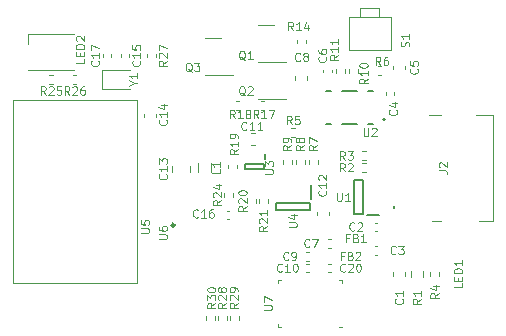
<source format=gbr>
G04 #@! TF.GenerationSoftware,KiCad,Pcbnew,(6.0.0)*
G04 #@! TF.CreationDate,2022-10-31T23:33:13+09:00*
G04 #@! TF.ProjectId,culturit_tx,63756c74-7572-4697-945f-74782e6b6963,rev?*
G04 #@! TF.SameCoordinates,Original*
G04 #@! TF.FileFunction,Legend,Top*
G04 #@! TF.FilePolarity,Positive*
%FSLAX46Y46*%
G04 Gerber Fmt 4.6, Leading zero omitted, Abs format (unit mm)*
G04 Created by KiCad (PCBNEW (6.0.0)) date 2022-10-31 23:33:13*
%MOMM*%
%LPD*%
G01*
G04 APERTURE LIST*
%ADD10C,0.100000*%
%ADD11C,0.120000*%
%ADD12C,0.200000*%
%ADD13C,0.127000*%
%ADD14C,0.250000*%
G04 APERTURE END LIST*
D10*
X25983333Y-22333333D02*
X26316666Y-22333333D01*
X25616666Y-22566666D02*
X25983333Y-22333333D01*
X25616666Y-22100000D01*
X26316666Y-21500000D02*
X26316666Y-21900000D01*
X26316666Y-21700000D02*
X25616666Y-21700000D01*
X25716666Y-21766666D01*
X25783333Y-21833333D01*
X25816666Y-21900000D01*
X51830666Y-29733333D02*
X52330666Y-29733333D01*
X52430666Y-29766666D01*
X52497333Y-29833333D01*
X52530666Y-29933333D01*
X52530666Y-30000000D01*
X51897333Y-29433333D02*
X51864000Y-29400000D01*
X51830666Y-29333333D01*
X51830666Y-29166666D01*
X51864000Y-29100000D01*
X51897333Y-29066666D01*
X51964000Y-29033333D01*
X52030666Y-29033333D01*
X52130666Y-29066666D01*
X52530666Y-29466666D01*
X52530666Y-29033333D01*
X43883333Y-28816666D02*
X43650000Y-28483333D01*
X43483333Y-28816666D02*
X43483333Y-28116666D01*
X43750000Y-28116666D01*
X43816666Y-28150000D01*
X43850000Y-28183333D01*
X43883333Y-28250000D01*
X43883333Y-28350000D01*
X43850000Y-28416666D01*
X43816666Y-28450000D01*
X43750000Y-28483333D01*
X43483333Y-28483333D01*
X44116666Y-28116666D02*
X44550000Y-28116666D01*
X44316666Y-28383333D01*
X44416666Y-28383333D01*
X44483333Y-28416666D01*
X44516666Y-28450000D01*
X44550000Y-28516666D01*
X44550000Y-28683333D01*
X44516666Y-28750000D01*
X44483333Y-28783333D01*
X44416666Y-28816666D01*
X44216666Y-28816666D01*
X44150000Y-28783333D01*
X44116666Y-28750000D01*
X44216666Y-35450000D02*
X43983333Y-35450000D01*
X43983333Y-35816666D02*
X43983333Y-35116666D01*
X44316666Y-35116666D01*
X44816666Y-35450000D02*
X44916666Y-35483333D01*
X44950000Y-35516666D01*
X44983333Y-35583333D01*
X44983333Y-35683333D01*
X44950000Y-35750000D01*
X44916666Y-35783333D01*
X44850000Y-35816666D01*
X44583333Y-35816666D01*
X44583333Y-35116666D01*
X44816666Y-35116666D01*
X44883333Y-35150000D01*
X44916666Y-35183333D01*
X44950000Y-35250000D01*
X44950000Y-35316666D01*
X44916666Y-35383333D01*
X44883333Y-35416666D01*
X44816666Y-35450000D01*
X44583333Y-35450000D01*
X45650000Y-35816666D02*
X45250000Y-35816666D01*
X45450000Y-35816666D02*
X45450000Y-35116666D01*
X45383333Y-35216666D01*
X45316666Y-35283333D01*
X45250000Y-35316666D01*
X34550000Y-25316666D02*
X34316666Y-24983333D01*
X34150000Y-25316666D02*
X34150000Y-24616666D01*
X34416666Y-24616666D01*
X34483333Y-24650000D01*
X34516666Y-24683333D01*
X34550000Y-24750000D01*
X34550000Y-24850000D01*
X34516666Y-24916666D01*
X34483333Y-24950000D01*
X34416666Y-24983333D01*
X34150000Y-24983333D01*
X35216666Y-25316666D02*
X34816666Y-25316666D01*
X35016666Y-25316666D02*
X35016666Y-24616666D01*
X34950000Y-24716666D01*
X34883333Y-24783333D01*
X34816666Y-24816666D01*
X35616666Y-24916666D02*
X35550000Y-24883333D01*
X35516666Y-24850000D01*
X35483333Y-24783333D01*
X35483333Y-24750000D01*
X35516666Y-24683333D01*
X35550000Y-24650000D01*
X35616666Y-24616666D01*
X35750000Y-24616666D01*
X35816666Y-24650000D01*
X35850000Y-24683333D01*
X35883333Y-24750000D01*
X35883333Y-24783333D01*
X35850000Y-24850000D01*
X35816666Y-24883333D01*
X35750000Y-24916666D01*
X35616666Y-24916666D01*
X35550000Y-24950000D01*
X35516666Y-24983333D01*
X35483333Y-25050000D01*
X35483333Y-25183333D01*
X35516666Y-25250000D01*
X35550000Y-25283333D01*
X35616666Y-25316666D01*
X35750000Y-25316666D01*
X35816666Y-25283333D01*
X35850000Y-25250000D01*
X35883333Y-25183333D01*
X35883333Y-25050000D01*
X35850000Y-24983333D01*
X35816666Y-24950000D01*
X35750000Y-24916666D01*
X45466666Y-26116666D02*
X45466666Y-26683333D01*
X45500000Y-26750000D01*
X45533333Y-26783333D01*
X45600000Y-26816666D01*
X45733333Y-26816666D01*
X45800000Y-26783333D01*
X45833333Y-26750000D01*
X45866666Y-26683333D01*
X45866666Y-26116666D01*
X46166666Y-26183333D02*
X46200000Y-26150000D01*
X46266666Y-26116666D01*
X46433333Y-26116666D01*
X46500000Y-26150000D01*
X46533333Y-26183333D01*
X46566666Y-26250000D01*
X46566666Y-26316666D01*
X46533333Y-26416666D01*
X46133333Y-26816666D01*
X46566666Y-26816666D01*
X42250000Y-20116666D02*
X42283333Y-20150000D01*
X42316666Y-20250000D01*
X42316666Y-20316666D01*
X42283333Y-20416666D01*
X42216666Y-20483333D01*
X42150000Y-20516666D01*
X42016666Y-20550000D01*
X41916666Y-20550000D01*
X41783333Y-20516666D01*
X41716666Y-20483333D01*
X41650000Y-20416666D01*
X41616666Y-20316666D01*
X41616666Y-20250000D01*
X41650000Y-20150000D01*
X41683333Y-20116666D01*
X41616666Y-19516666D02*
X41616666Y-19650000D01*
X41650000Y-19716666D01*
X41683333Y-19750000D01*
X41783333Y-19816666D01*
X41916666Y-19850000D01*
X42183333Y-19850000D01*
X42250000Y-19816666D01*
X42283333Y-19783333D01*
X42316666Y-19716666D01*
X42316666Y-19583333D01*
X42283333Y-19516666D01*
X42250000Y-19483333D01*
X42183333Y-19450000D01*
X42016666Y-19450000D01*
X41950000Y-19483333D01*
X41916666Y-19516666D01*
X41883333Y-19583333D01*
X41883333Y-19716666D01*
X41916666Y-19783333D01*
X41950000Y-19816666D01*
X42016666Y-19850000D01*
X26500000Y-20450000D02*
X26533333Y-20483333D01*
X26566666Y-20583333D01*
X26566666Y-20650000D01*
X26533333Y-20750000D01*
X26466666Y-20816666D01*
X26400000Y-20850000D01*
X26266666Y-20883333D01*
X26166666Y-20883333D01*
X26033333Y-20850000D01*
X25966666Y-20816666D01*
X25900000Y-20750000D01*
X25866666Y-20650000D01*
X25866666Y-20583333D01*
X25900000Y-20483333D01*
X25933333Y-20450000D01*
X26566666Y-19783333D02*
X26566666Y-20183333D01*
X26566666Y-19983333D02*
X25866666Y-19983333D01*
X25966666Y-20050000D01*
X26033333Y-20116666D01*
X26066666Y-20183333D01*
X25866666Y-19150000D02*
X25866666Y-19483333D01*
X26200000Y-19516666D01*
X26166666Y-19483333D01*
X26133333Y-19416666D01*
X26133333Y-19250000D01*
X26166666Y-19183333D01*
X26200000Y-19150000D01*
X26266666Y-19116666D01*
X26433333Y-19116666D01*
X26500000Y-19150000D01*
X26533333Y-19183333D01*
X26566666Y-19250000D01*
X26566666Y-19416666D01*
X26533333Y-19483333D01*
X26500000Y-19516666D01*
X41516666Y-27616666D02*
X41183333Y-27850000D01*
X41516666Y-28016666D02*
X40816666Y-28016666D01*
X40816666Y-27750000D01*
X40850000Y-27683333D01*
X40883333Y-27650000D01*
X40950000Y-27616666D01*
X41050000Y-27616666D01*
X41116666Y-27650000D01*
X41150000Y-27683333D01*
X41183333Y-27750000D01*
X41183333Y-28016666D01*
X40816666Y-27383333D02*
X40816666Y-26916666D01*
X41516666Y-27216666D01*
X32916666Y-40950000D02*
X32583333Y-41183333D01*
X32916666Y-41350000D02*
X32216666Y-41350000D01*
X32216666Y-41083333D01*
X32250000Y-41016666D01*
X32283333Y-40983333D01*
X32350000Y-40950000D01*
X32450000Y-40950000D01*
X32516666Y-40983333D01*
X32550000Y-41016666D01*
X32583333Y-41083333D01*
X32583333Y-41350000D01*
X32216666Y-40716666D02*
X32216666Y-40283333D01*
X32483333Y-40516666D01*
X32483333Y-40416666D01*
X32516666Y-40350000D01*
X32550000Y-40316666D01*
X32616666Y-40283333D01*
X32783333Y-40283333D01*
X32850000Y-40316666D01*
X32883333Y-40350000D01*
X32916666Y-40416666D01*
X32916666Y-40616666D01*
X32883333Y-40683333D01*
X32850000Y-40716666D01*
X32216666Y-39850000D02*
X32216666Y-39783333D01*
X32250000Y-39716666D01*
X32283333Y-39683333D01*
X32350000Y-39650000D01*
X32483333Y-39616666D01*
X32650000Y-39616666D01*
X32783333Y-39650000D01*
X32850000Y-39683333D01*
X32883333Y-39716666D01*
X32916666Y-39783333D01*
X32916666Y-39850000D01*
X32883333Y-39916666D01*
X32850000Y-39950000D01*
X32783333Y-39983333D01*
X32650000Y-40016666D01*
X32483333Y-40016666D01*
X32350000Y-39983333D01*
X32283333Y-39950000D01*
X32250000Y-39916666D01*
X32216666Y-39850000D01*
X51816666Y-40116666D02*
X51483333Y-40350000D01*
X51816666Y-40516666D02*
X51116666Y-40516666D01*
X51116666Y-40250000D01*
X51150000Y-40183333D01*
X51183333Y-40150000D01*
X51250000Y-40116666D01*
X51350000Y-40116666D01*
X51416666Y-40150000D01*
X51450000Y-40183333D01*
X51483333Y-40250000D01*
X51483333Y-40516666D01*
X51350000Y-39516666D02*
X51816666Y-39516666D01*
X51083333Y-39683333D02*
X51583333Y-39850000D01*
X51583333Y-39416666D01*
X20550000Y-23316666D02*
X20316666Y-22983333D01*
X20150000Y-23316666D02*
X20150000Y-22616666D01*
X20416666Y-22616666D01*
X20483333Y-22650000D01*
X20516666Y-22683333D01*
X20550000Y-22750000D01*
X20550000Y-22850000D01*
X20516666Y-22916666D01*
X20483333Y-22950000D01*
X20416666Y-22983333D01*
X20150000Y-22983333D01*
X20816666Y-22683333D02*
X20850000Y-22650000D01*
X20916666Y-22616666D01*
X21083333Y-22616666D01*
X21150000Y-22650000D01*
X21183333Y-22683333D01*
X21216666Y-22750000D01*
X21216666Y-22816666D01*
X21183333Y-22916666D01*
X20783333Y-23316666D01*
X21216666Y-23316666D01*
X21816666Y-22616666D02*
X21683333Y-22616666D01*
X21616666Y-22650000D01*
X21583333Y-22683333D01*
X21516666Y-22783333D01*
X21483333Y-22916666D01*
X21483333Y-23183333D01*
X21516666Y-23250000D01*
X21550000Y-23283333D01*
X21616666Y-23316666D01*
X21750000Y-23316666D01*
X21816666Y-23283333D01*
X21850000Y-23250000D01*
X21883333Y-23183333D01*
X21883333Y-23016666D01*
X21850000Y-22950000D01*
X21816666Y-22916666D01*
X21750000Y-22883333D01*
X21616666Y-22883333D01*
X21550000Y-22916666D01*
X21516666Y-22950000D01*
X21483333Y-23016666D01*
X36550000Y-25316666D02*
X36316666Y-24983333D01*
X36150000Y-25316666D02*
X36150000Y-24616666D01*
X36416666Y-24616666D01*
X36483333Y-24650000D01*
X36516666Y-24683333D01*
X36550000Y-24750000D01*
X36550000Y-24850000D01*
X36516666Y-24916666D01*
X36483333Y-24950000D01*
X36416666Y-24983333D01*
X36150000Y-24983333D01*
X37216666Y-25316666D02*
X36816666Y-25316666D01*
X37016666Y-25316666D02*
X37016666Y-24616666D01*
X36950000Y-24716666D01*
X36883333Y-24783333D01*
X36816666Y-24816666D01*
X37450000Y-24616666D02*
X37916666Y-24616666D01*
X37616666Y-25316666D01*
X38550000Y-38250000D02*
X38516666Y-38283333D01*
X38416666Y-38316666D01*
X38350000Y-38316666D01*
X38250000Y-38283333D01*
X38183333Y-38216666D01*
X38150000Y-38150000D01*
X38116666Y-38016666D01*
X38116666Y-37916666D01*
X38150000Y-37783333D01*
X38183333Y-37716666D01*
X38250000Y-37650000D01*
X38350000Y-37616666D01*
X38416666Y-37616666D01*
X38516666Y-37650000D01*
X38550000Y-37683333D01*
X39216666Y-38316666D02*
X38816666Y-38316666D01*
X39016666Y-38316666D02*
X39016666Y-37616666D01*
X38950000Y-37716666D01*
X38883333Y-37783333D01*
X38816666Y-37816666D01*
X39650000Y-37616666D02*
X39716666Y-37616666D01*
X39783333Y-37650000D01*
X39816666Y-37683333D01*
X39850000Y-37750000D01*
X39883333Y-37883333D01*
X39883333Y-38050000D01*
X39850000Y-38183333D01*
X39816666Y-38250000D01*
X39783333Y-38283333D01*
X39716666Y-38316666D01*
X39650000Y-38316666D01*
X39583333Y-38283333D01*
X39550000Y-38250000D01*
X39516666Y-38183333D01*
X39483333Y-38050000D01*
X39483333Y-37883333D01*
X39516666Y-37750000D01*
X39550000Y-37683333D01*
X39583333Y-37650000D01*
X39650000Y-37616666D01*
X35550000Y-26250000D02*
X35516666Y-26283333D01*
X35416666Y-26316666D01*
X35350000Y-26316666D01*
X35250000Y-26283333D01*
X35183333Y-26216666D01*
X35150000Y-26150000D01*
X35116666Y-26016666D01*
X35116666Y-25916666D01*
X35150000Y-25783333D01*
X35183333Y-25716666D01*
X35250000Y-25650000D01*
X35350000Y-25616666D01*
X35416666Y-25616666D01*
X35516666Y-25650000D01*
X35550000Y-25683333D01*
X36216666Y-26316666D02*
X35816666Y-26316666D01*
X36016666Y-26316666D02*
X36016666Y-25616666D01*
X35950000Y-25716666D01*
X35883333Y-25783333D01*
X35816666Y-25816666D01*
X36883333Y-26316666D02*
X36483333Y-26316666D01*
X36683333Y-26316666D02*
X36683333Y-25616666D01*
X36616666Y-25716666D01*
X36550000Y-25783333D01*
X36483333Y-25816666D01*
X39383333Y-25816666D02*
X39150000Y-25483333D01*
X38983333Y-25816666D02*
X38983333Y-25116666D01*
X39250000Y-25116666D01*
X39316666Y-25150000D01*
X39350000Y-25183333D01*
X39383333Y-25250000D01*
X39383333Y-25350000D01*
X39350000Y-25416666D01*
X39316666Y-25450000D01*
X39250000Y-25483333D01*
X38983333Y-25483333D01*
X40016666Y-25116666D02*
X39683333Y-25116666D01*
X39650000Y-25450000D01*
X39683333Y-25416666D01*
X39750000Y-25383333D01*
X39916666Y-25383333D01*
X39983333Y-25416666D01*
X40016666Y-25450000D01*
X40050000Y-25516666D01*
X40050000Y-25683333D01*
X40016666Y-25750000D01*
X39983333Y-25783333D01*
X39916666Y-25816666D01*
X39750000Y-25816666D01*
X39683333Y-25783333D01*
X39650000Y-25750000D01*
X43766666Y-36950000D02*
X43533333Y-36950000D01*
X43533333Y-37316666D02*
X43533333Y-36616666D01*
X43866666Y-36616666D01*
X44366666Y-36950000D02*
X44466666Y-36983333D01*
X44500000Y-37016666D01*
X44533333Y-37083333D01*
X44533333Y-37183333D01*
X44500000Y-37250000D01*
X44466666Y-37283333D01*
X44400000Y-37316666D01*
X44133333Y-37316666D01*
X44133333Y-36616666D01*
X44366666Y-36616666D01*
X44433333Y-36650000D01*
X44466666Y-36683333D01*
X44500000Y-36750000D01*
X44500000Y-36816666D01*
X44466666Y-36883333D01*
X44433333Y-36916666D01*
X44366666Y-36950000D01*
X44133333Y-36950000D01*
X44800000Y-36683333D02*
X44833333Y-36650000D01*
X44900000Y-36616666D01*
X45066666Y-36616666D01*
X45133333Y-36650000D01*
X45166666Y-36683333D01*
X45200000Y-36750000D01*
X45200000Y-36816666D01*
X45166666Y-36916666D01*
X44766666Y-37316666D01*
X45200000Y-37316666D01*
X49283333Y-19233333D02*
X49316666Y-19133333D01*
X49316666Y-18966666D01*
X49283333Y-18900000D01*
X49250000Y-18866666D01*
X49183333Y-18833333D01*
X49116666Y-18833333D01*
X49050000Y-18866666D01*
X49016666Y-18900000D01*
X48983333Y-18966666D01*
X48950000Y-19100000D01*
X48916666Y-19166666D01*
X48883333Y-19200000D01*
X48816666Y-19233333D01*
X48750000Y-19233333D01*
X48683333Y-19200000D01*
X48650000Y-19166666D01*
X48616666Y-19100000D01*
X48616666Y-18933333D01*
X48650000Y-18833333D01*
X49316666Y-18166666D02*
X49316666Y-18566666D01*
X49316666Y-18366666D02*
X48616666Y-18366666D01*
X48716666Y-18433333D01*
X48783333Y-18500000D01*
X48816666Y-18566666D01*
X39316666Y-27616666D02*
X38983333Y-27850000D01*
X39316666Y-28016666D02*
X38616666Y-28016666D01*
X38616666Y-27750000D01*
X38650000Y-27683333D01*
X38683333Y-27650000D01*
X38750000Y-27616666D01*
X38850000Y-27616666D01*
X38916666Y-27650000D01*
X38950000Y-27683333D01*
X38983333Y-27750000D01*
X38983333Y-28016666D01*
X39316666Y-27283333D02*
X39316666Y-27150000D01*
X39283333Y-27083333D01*
X39250000Y-27050000D01*
X39150000Y-26983333D01*
X39016666Y-26950000D01*
X38750000Y-26950000D01*
X38683333Y-26983333D01*
X38650000Y-27016666D01*
X38616666Y-27083333D01*
X38616666Y-27216666D01*
X38650000Y-27283333D01*
X38683333Y-27316666D01*
X38750000Y-27350000D01*
X38916666Y-27350000D01*
X38983333Y-27316666D01*
X39016666Y-27283333D01*
X39050000Y-27216666D01*
X39050000Y-27083333D01*
X39016666Y-27016666D01*
X38983333Y-26983333D01*
X38916666Y-26950000D01*
X44683333Y-34750000D02*
X44650000Y-34783333D01*
X44550000Y-34816666D01*
X44483333Y-34816666D01*
X44383333Y-34783333D01*
X44316666Y-34716666D01*
X44283333Y-34650000D01*
X44250000Y-34516666D01*
X44250000Y-34416666D01*
X44283333Y-34283333D01*
X44316666Y-34216666D01*
X44383333Y-34150000D01*
X44483333Y-34116666D01*
X44550000Y-34116666D01*
X44650000Y-34150000D01*
X44683333Y-34183333D01*
X44950000Y-34183333D02*
X44983333Y-34150000D01*
X45050000Y-34116666D01*
X45216666Y-34116666D01*
X45283333Y-34150000D01*
X45316666Y-34183333D01*
X45350000Y-34250000D01*
X45350000Y-34316666D01*
X45316666Y-34416666D01*
X44916666Y-34816666D01*
X45350000Y-34816666D01*
X43316666Y-19950000D02*
X42983333Y-20183333D01*
X43316666Y-20350000D02*
X42616666Y-20350000D01*
X42616666Y-20083333D01*
X42650000Y-20016666D01*
X42683333Y-19983333D01*
X42750000Y-19950000D01*
X42850000Y-19950000D01*
X42916666Y-19983333D01*
X42950000Y-20016666D01*
X42983333Y-20083333D01*
X42983333Y-20350000D01*
X43316666Y-19283333D02*
X43316666Y-19683333D01*
X43316666Y-19483333D02*
X42616666Y-19483333D01*
X42716666Y-19550000D01*
X42783333Y-19616666D01*
X42816666Y-19683333D01*
X43316666Y-18616666D02*
X43316666Y-19016666D01*
X43316666Y-18816666D02*
X42616666Y-18816666D01*
X42716666Y-18883333D01*
X42783333Y-18950000D01*
X42816666Y-19016666D01*
X37016666Y-41533333D02*
X37583333Y-41533333D01*
X37650000Y-41500000D01*
X37683333Y-41466666D01*
X37716666Y-41400000D01*
X37716666Y-41266666D01*
X37683333Y-41200000D01*
X37650000Y-41166666D01*
X37583333Y-41133333D01*
X37016666Y-41133333D01*
X37016666Y-40866666D02*
X37016666Y-40400000D01*
X37716666Y-40700000D01*
X48250000Y-24616666D02*
X48283333Y-24650000D01*
X48316666Y-24750000D01*
X48316666Y-24816666D01*
X48283333Y-24916666D01*
X48216666Y-24983333D01*
X48150000Y-25016666D01*
X48016666Y-25050000D01*
X47916666Y-25050000D01*
X47783333Y-25016666D01*
X47716666Y-24983333D01*
X47650000Y-24916666D01*
X47616666Y-24816666D01*
X47616666Y-24750000D01*
X47650000Y-24650000D01*
X47683333Y-24616666D01*
X47850000Y-24016666D02*
X48316666Y-24016666D01*
X47583333Y-24183333D02*
X48083333Y-24350000D01*
X48083333Y-23916666D01*
X48750000Y-40616666D02*
X48783333Y-40650000D01*
X48816666Y-40750000D01*
X48816666Y-40816666D01*
X48783333Y-40916666D01*
X48716666Y-40983333D01*
X48650000Y-41016666D01*
X48516666Y-41050000D01*
X48416666Y-41050000D01*
X48283333Y-41016666D01*
X48216666Y-40983333D01*
X48150000Y-40916666D01*
X48116666Y-40816666D01*
X48116666Y-40750000D01*
X48150000Y-40650000D01*
X48183333Y-40616666D01*
X48816666Y-39950000D02*
X48816666Y-40350000D01*
X48816666Y-40150000D02*
X48116666Y-40150000D01*
X48216666Y-40216666D01*
X48283333Y-40283333D01*
X48316666Y-40350000D01*
X39116666Y-34533333D02*
X39683333Y-34533333D01*
X39750000Y-34500000D01*
X39783333Y-34466666D01*
X39816666Y-34400000D01*
X39816666Y-34266666D01*
X39783333Y-34200000D01*
X39750000Y-34166666D01*
X39683333Y-34133333D01*
X39116666Y-34133333D01*
X39350000Y-33500000D02*
X39816666Y-33500000D01*
X39083333Y-33666666D02*
X39583333Y-33833333D01*
X39583333Y-33400000D01*
X42250000Y-31450000D02*
X42283333Y-31483333D01*
X42316666Y-31583333D01*
X42316666Y-31650000D01*
X42283333Y-31750000D01*
X42216666Y-31816666D01*
X42150000Y-31850000D01*
X42016666Y-31883333D01*
X41916666Y-31883333D01*
X41783333Y-31850000D01*
X41716666Y-31816666D01*
X41650000Y-31750000D01*
X41616666Y-31650000D01*
X41616666Y-31583333D01*
X41650000Y-31483333D01*
X41683333Y-31450000D01*
X42316666Y-30783333D02*
X42316666Y-31183333D01*
X42316666Y-30983333D02*
X41616666Y-30983333D01*
X41716666Y-31050000D01*
X41783333Y-31116666D01*
X41816666Y-31183333D01*
X41683333Y-30516666D02*
X41650000Y-30483333D01*
X41616666Y-30416666D01*
X41616666Y-30250000D01*
X41650000Y-30183333D01*
X41683333Y-30150000D01*
X41750000Y-30116666D01*
X41816666Y-30116666D01*
X41916666Y-30150000D01*
X42316666Y-30550000D01*
X42316666Y-30116666D01*
X40083333Y-20400000D02*
X40050000Y-20433333D01*
X39950000Y-20466666D01*
X39883333Y-20466666D01*
X39783333Y-20433333D01*
X39716666Y-20366666D01*
X39683333Y-20300000D01*
X39650000Y-20166666D01*
X39650000Y-20066666D01*
X39683333Y-19933333D01*
X39716666Y-19866666D01*
X39783333Y-19800000D01*
X39883333Y-19766666D01*
X39950000Y-19766666D01*
X40050000Y-19800000D01*
X40083333Y-19833333D01*
X40483333Y-20066666D02*
X40416666Y-20033333D01*
X40383333Y-20000000D01*
X40350000Y-19933333D01*
X40350000Y-19900000D01*
X40383333Y-19833333D01*
X40416666Y-19800000D01*
X40483333Y-19766666D01*
X40616666Y-19766666D01*
X40683333Y-19800000D01*
X40716666Y-19833333D01*
X40750000Y-19900000D01*
X40750000Y-19933333D01*
X40716666Y-20000000D01*
X40683333Y-20033333D01*
X40616666Y-20066666D01*
X40483333Y-20066666D01*
X40416666Y-20100000D01*
X40383333Y-20133333D01*
X40350000Y-20200000D01*
X40350000Y-20333333D01*
X40383333Y-20400000D01*
X40416666Y-20433333D01*
X40483333Y-20466666D01*
X40616666Y-20466666D01*
X40683333Y-20433333D01*
X40716666Y-20400000D01*
X40750000Y-20333333D01*
X40750000Y-20200000D01*
X40716666Y-20133333D01*
X40683333Y-20100000D01*
X40616666Y-20066666D01*
X48183333Y-36750000D02*
X48150000Y-36783333D01*
X48050000Y-36816666D01*
X47983333Y-36816666D01*
X47883333Y-36783333D01*
X47816666Y-36716666D01*
X47783333Y-36650000D01*
X47750000Y-36516666D01*
X47750000Y-36416666D01*
X47783333Y-36283333D01*
X47816666Y-36216666D01*
X47883333Y-36150000D01*
X47983333Y-36116666D01*
X48050000Y-36116666D01*
X48150000Y-36150000D01*
X48183333Y-36183333D01*
X48416666Y-36116666D02*
X48850000Y-36116666D01*
X48616666Y-36383333D01*
X48716666Y-36383333D01*
X48783333Y-36416666D01*
X48816666Y-36450000D01*
X48850000Y-36516666D01*
X48850000Y-36683333D01*
X48816666Y-36750000D01*
X48783333Y-36783333D01*
X48716666Y-36816666D01*
X48516666Y-36816666D01*
X48450000Y-36783333D01*
X48416666Y-36750000D01*
X34816666Y-27950000D02*
X34483333Y-28183333D01*
X34816666Y-28350000D02*
X34116666Y-28350000D01*
X34116666Y-28083333D01*
X34150000Y-28016666D01*
X34183333Y-27983333D01*
X34250000Y-27950000D01*
X34350000Y-27950000D01*
X34416666Y-27983333D01*
X34450000Y-28016666D01*
X34483333Y-28083333D01*
X34483333Y-28350000D01*
X34816666Y-27283333D02*
X34816666Y-27683333D01*
X34816666Y-27483333D02*
X34116666Y-27483333D01*
X34216666Y-27550000D01*
X34283333Y-27616666D01*
X34316666Y-27683333D01*
X34816666Y-26950000D02*
X34816666Y-26816666D01*
X34783333Y-26750000D01*
X34750000Y-26716666D01*
X34650000Y-26650000D01*
X34516666Y-26616666D01*
X34250000Y-26616666D01*
X34183333Y-26650000D01*
X34150000Y-26683333D01*
X34116666Y-26750000D01*
X34116666Y-26883333D01*
X34150000Y-26950000D01*
X34183333Y-26983333D01*
X34250000Y-27016666D01*
X34416666Y-27016666D01*
X34483333Y-26983333D01*
X34516666Y-26950000D01*
X34550000Y-26883333D01*
X34550000Y-26750000D01*
X34516666Y-26683333D01*
X34483333Y-26650000D01*
X34416666Y-26616666D01*
X28816666Y-20450000D02*
X28483333Y-20683333D01*
X28816666Y-20850000D02*
X28116666Y-20850000D01*
X28116666Y-20583333D01*
X28150000Y-20516666D01*
X28183333Y-20483333D01*
X28250000Y-20450000D01*
X28350000Y-20450000D01*
X28416666Y-20483333D01*
X28450000Y-20516666D01*
X28483333Y-20583333D01*
X28483333Y-20850000D01*
X28183333Y-20183333D02*
X28150000Y-20150000D01*
X28116666Y-20083333D01*
X28116666Y-19916666D01*
X28150000Y-19850000D01*
X28183333Y-19816666D01*
X28250000Y-19783333D01*
X28316666Y-19783333D01*
X28416666Y-19816666D01*
X28816666Y-20216666D01*
X28816666Y-19783333D01*
X28116666Y-19550000D02*
X28116666Y-19083333D01*
X28816666Y-19383333D01*
X35433333Y-23383333D02*
X35366666Y-23350000D01*
X35300000Y-23283333D01*
X35200000Y-23183333D01*
X35133333Y-23150000D01*
X35066666Y-23150000D01*
X35100000Y-23316666D02*
X35033333Y-23283333D01*
X34966666Y-23216666D01*
X34933333Y-23083333D01*
X34933333Y-22850000D01*
X34966666Y-22716666D01*
X35033333Y-22650000D01*
X35100000Y-22616666D01*
X35233333Y-22616666D01*
X35300000Y-22650000D01*
X35366666Y-22716666D01*
X35400000Y-22850000D01*
X35400000Y-23083333D01*
X35366666Y-23216666D01*
X35300000Y-23283333D01*
X35233333Y-23316666D01*
X35100000Y-23316666D01*
X35666666Y-22683333D02*
X35700000Y-22650000D01*
X35766666Y-22616666D01*
X35933333Y-22616666D01*
X36000000Y-22650000D01*
X36033333Y-22683333D01*
X36066666Y-22750000D01*
X36066666Y-22816666D01*
X36033333Y-22916666D01*
X35633333Y-23316666D01*
X36066666Y-23316666D01*
X30933333Y-21383333D02*
X30866666Y-21350000D01*
X30800000Y-21283333D01*
X30700000Y-21183333D01*
X30633333Y-21150000D01*
X30566666Y-21150000D01*
X30600000Y-21316666D02*
X30533333Y-21283333D01*
X30466666Y-21216666D01*
X30433333Y-21083333D01*
X30433333Y-20850000D01*
X30466666Y-20716666D01*
X30533333Y-20650000D01*
X30600000Y-20616666D01*
X30733333Y-20616666D01*
X30800000Y-20650000D01*
X30866666Y-20716666D01*
X30900000Y-20850000D01*
X30900000Y-21083333D01*
X30866666Y-21216666D01*
X30800000Y-21283333D01*
X30733333Y-21316666D01*
X30600000Y-21316666D01*
X31133333Y-20616666D02*
X31566666Y-20616666D01*
X31333333Y-20883333D01*
X31433333Y-20883333D01*
X31500000Y-20916666D01*
X31533333Y-20950000D01*
X31566666Y-21016666D01*
X31566666Y-21183333D01*
X31533333Y-21250000D01*
X31500000Y-21283333D01*
X31433333Y-21316666D01*
X31233333Y-21316666D01*
X31166666Y-21283333D01*
X31133333Y-21250000D01*
X21816666Y-20283333D02*
X21816666Y-20616666D01*
X21116666Y-20616666D01*
X21450000Y-20050000D02*
X21450000Y-19816666D01*
X21816666Y-19716666D02*
X21816666Y-20050000D01*
X21116666Y-20050000D01*
X21116666Y-19716666D01*
X21816666Y-19416666D02*
X21116666Y-19416666D01*
X21116666Y-19250000D01*
X21150000Y-19150000D01*
X21216666Y-19083333D01*
X21283333Y-19050000D01*
X21416666Y-19016666D01*
X21516666Y-19016666D01*
X21650000Y-19050000D01*
X21716666Y-19083333D01*
X21783333Y-19150000D01*
X21816666Y-19250000D01*
X21816666Y-19416666D01*
X21183333Y-18750000D02*
X21150000Y-18716666D01*
X21116666Y-18650000D01*
X21116666Y-18483333D01*
X21150000Y-18416666D01*
X21183333Y-18383333D01*
X21250000Y-18350000D01*
X21316666Y-18350000D01*
X21416666Y-18383333D01*
X21816666Y-18783333D01*
X21816666Y-18350000D01*
X35433333Y-20383333D02*
X35366666Y-20350000D01*
X35300000Y-20283333D01*
X35200000Y-20183333D01*
X35133333Y-20150000D01*
X35066666Y-20150000D01*
X35100000Y-20316666D02*
X35033333Y-20283333D01*
X34966666Y-20216666D01*
X34933333Y-20083333D01*
X34933333Y-19850000D01*
X34966666Y-19716666D01*
X35033333Y-19650000D01*
X35100000Y-19616666D01*
X35233333Y-19616666D01*
X35300000Y-19650000D01*
X35366666Y-19716666D01*
X35400000Y-19850000D01*
X35400000Y-20083333D01*
X35366666Y-20216666D01*
X35300000Y-20283333D01*
X35233333Y-20316666D01*
X35100000Y-20316666D01*
X36066666Y-20316666D02*
X35666666Y-20316666D01*
X35866666Y-20316666D02*
X35866666Y-19616666D01*
X35800000Y-19716666D01*
X35733333Y-19783333D01*
X35666666Y-19816666D01*
X28750000Y-25450000D02*
X28783333Y-25483333D01*
X28816666Y-25583333D01*
X28816666Y-25650000D01*
X28783333Y-25750000D01*
X28716666Y-25816666D01*
X28650000Y-25850000D01*
X28516666Y-25883333D01*
X28416666Y-25883333D01*
X28283333Y-25850000D01*
X28216666Y-25816666D01*
X28150000Y-25750000D01*
X28116666Y-25650000D01*
X28116666Y-25583333D01*
X28150000Y-25483333D01*
X28183333Y-25450000D01*
X28816666Y-24783333D02*
X28816666Y-25183333D01*
X28816666Y-24983333D02*
X28116666Y-24983333D01*
X28216666Y-25050000D01*
X28283333Y-25116666D01*
X28316666Y-25183333D01*
X28350000Y-24183333D02*
X28816666Y-24183333D01*
X28083333Y-24350000D02*
X28583333Y-24516666D01*
X28583333Y-24083333D01*
X45816666Y-21950000D02*
X45483333Y-22183333D01*
X45816666Y-22350000D02*
X45116666Y-22350000D01*
X45116666Y-22083333D01*
X45150000Y-22016666D01*
X45183333Y-21983333D01*
X45250000Y-21950000D01*
X45350000Y-21950000D01*
X45416666Y-21983333D01*
X45450000Y-22016666D01*
X45483333Y-22083333D01*
X45483333Y-22350000D01*
X45816666Y-21283333D02*
X45816666Y-21683333D01*
X45816666Y-21483333D02*
X45116666Y-21483333D01*
X45216666Y-21550000D01*
X45283333Y-21616666D01*
X45316666Y-21683333D01*
X45116666Y-20850000D02*
X45116666Y-20783333D01*
X45150000Y-20716666D01*
X45183333Y-20683333D01*
X45250000Y-20650000D01*
X45383333Y-20616666D01*
X45550000Y-20616666D01*
X45683333Y-20650000D01*
X45750000Y-20683333D01*
X45783333Y-20716666D01*
X45816666Y-20783333D01*
X45816666Y-20850000D01*
X45783333Y-20916666D01*
X45750000Y-20950000D01*
X45683333Y-20983333D01*
X45550000Y-21016666D01*
X45383333Y-21016666D01*
X45250000Y-20983333D01*
X45183333Y-20950000D01*
X45150000Y-20916666D01*
X45116666Y-20850000D01*
X18550000Y-23316666D02*
X18316666Y-22983333D01*
X18150000Y-23316666D02*
X18150000Y-22616666D01*
X18416666Y-22616666D01*
X18483333Y-22650000D01*
X18516666Y-22683333D01*
X18550000Y-22750000D01*
X18550000Y-22850000D01*
X18516666Y-22916666D01*
X18483333Y-22950000D01*
X18416666Y-22983333D01*
X18150000Y-22983333D01*
X18816666Y-22683333D02*
X18850000Y-22650000D01*
X18916666Y-22616666D01*
X19083333Y-22616666D01*
X19150000Y-22650000D01*
X19183333Y-22683333D01*
X19216666Y-22750000D01*
X19216666Y-22816666D01*
X19183333Y-22916666D01*
X18783333Y-23316666D01*
X19216666Y-23316666D01*
X19850000Y-22616666D02*
X19516666Y-22616666D01*
X19483333Y-22950000D01*
X19516666Y-22916666D01*
X19583333Y-22883333D01*
X19750000Y-22883333D01*
X19816666Y-22916666D01*
X19850000Y-22950000D01*
X19883333Y-23016666D01*
X19883333Y-23183333D01*
X19850000Y-23250000D01*
X19816666Y-23283333D01*
X19750000Y-23316666D01*
X19583333Y-23316666D01*
X19516666Y-23283333D01*
X19483333Y-23250000D01*
X31450000Y-33650000D02*
X31416666Y-33683333D01*
X31316666Y-33716666D01*
X31250000Y-33716666D01*
X31150000Y-33683333D01*
X31083333Y-33616666D01*
X31050000Y-33550000D01*
X31016666Y-33416666D01*
X31016666Y-33316666D01*
X31050000Y-33183333D01*
X31083333Y-33116666D01*
X31150000Y-33050000D01*
X31250000Y-33016666D01*
X31316666Y-33016666D01*
X31416666Y-33050000D01*
X31450000Y-33083333D01*
X32116666Y-33716666D02*
X31716666Y-33716666D01*
X31916666Y-33716666D02*
X31916666Y-33016666D01*
X31850000Y-33116666D01*
X31783333Y-33183333D01*
X31716666Y-33216666D01*
X32716666Y-33016666D02*
X32583333Y-33016666D01*
X32516666Y-33050000D01*
X32483333Y-33083333D01*
X32416666Y-33183333D01*
X32383333Y-33316666D01*
X32383333Y-33583333D01*
X32416666Y-33650000D01*
X32450000Y-33683333D01*
X32516666Y-33716666D01*
X32650000Y-33716666D01*
X32716666Y-33683333D01*
X32750000Y-33650000D01*
X32783333Y-33583333D01*
X32783333Y-33416666D01*
X32750000Y-33350000D01*
X32716666Y-33316666D01*
X32650000Y-33283333D01*
X32516666Y-33283333D01*
X32450000Y-33316666D01*
X32416666Y-33350000D01*
X32383333Y-33416666D01*
X33316666Y-29616666D02*
X33316666Y-29950000D01*
X32616666Y-29950000D01*
X33316666Y-29016666D02*
X33316666Y-29416666D01*
X33316666Y-29216666D02*
X32616666Y-29216666D01*
X32716666Y-29283333D01*
X32783333Y-29350000D01*
X32816666Y-29416666D01*
X50316666Y-40616666D02*
X49983333Y-40850000D01*
X50316666Y-41016666D02*
X49616666Y-41016666D01*
X49616666Y-40750000D01*
X49650000Y-40683333D01*
X49683333Y-40650000D01*
X49750000Y-40616666D01*
X49850000Y-40616666D01*
X49916666Y-40650000D01*
X49950000Y-40683333D01*
X49983333Y-40750000D01*
X49983333Y-41016666D01*
X50316666Y-39950000D02*
X50316666Y-40350000D01*
X50316666Y-40150000D02*
X49616666Y-40150000D01*
X49716666Y-40216666D01*
X49783333Y-40283333D01*
X49816666Y-40350000D01*
X28750000Y-30050000D02*
X28783333Y-30083333D01*
X28816666Y-30183333D01*
X28816666Y-30250000D01*
X28783333Y-30350000D01*
X28716666Y-30416666D01*
X28650000Y-30450000D01*
X28516666Y-30483333D01*
X28416666Y-30483333D01*
X28283333Y-30450000D01*
X28216666Y-30416666D01*
X28150000Y-30350000D01*
X28116666Y-30250000D01*
X28116666Y-30183333D01*
X28150000Y-30083333D01*
X28183333Y-30050000D01*
X28816666Y-29383333D02*
X28816666Y-29783333D01*
X28816666Y-29583333D02*
X28116666Y-29583333D01*
X28216666Y-29650000D01*
X28283333Y-29716666D01*
X28316666Y-29783333D01*
X28116666Y-29150000D02*
X28116666Y-28716666D01*
X28383333Y-28950000D01*
X28383333Y-28850000D01*
X28416666Y-28783333D01*
X28450000Y-28750000D01*
X28516666Y-28716666D01*
X28683333Y-28716666D01*
X28750000Y-28750000D01*
X28783333Y-28783333D01*
X28816666Y-28850000D01*
X28816666Y-29050000D01*
X28783333Y-29116666D01*
X28750000Y-29150000D01*
X34816666Y-40950000D02*
X34483333Y-41183333D01*
X34816666Y-41350000D02*
X34116666Y-41350000D01*
X34116666Y-41083333D01*
X34150000Y-41016666D01*
X34183333Y-40983333D01*
X34250000Y-40950000D01*
X34350000Y-40950000D01*
X34416666Y-40983333D01*
X34450000Y-41016666D01*
X34483333Y-41083333D01*
X34483333Y-41350000D01*
X34183333Y-40683333D02*
X34150000Y-40650000D01*
X34116666Y-40583333D01*
X34116666Y-40416666D01*
X34150000Y-40350000D01*
X34183333Y-40316666D01*
X34250000Y-40283333D01*
X34316666Y-40283333D01*
X34416666Y-40316666D01*
X34816666Y-40716666D01*
X34816666Y-40283333D01*
X34816666Y-39950000D02*
X34816666Y-39816666D01*
X34783333Y-39750000D01*
X34750000Y-39716666D01*
X34650000Y-39650000D01*
X34516666Y-39616666D01*
X34250000Y-39616666D01*
X34183333Y-39650000D01*
X34150000Y-39683333D01*
X34116666Y-39750000D01*
X34116666Y-39883333D01*
X34150000Y-39950000D01*
X34183333Y-39983333D01*
X34250000Y-40016666D01*
X34416666Y-40016666D01*
X34483333Y-39983333D01*
X34516666Y-39950000D01*
X34550000Y-39883333D01*
X34550000Y-39750000D01*
X34516666Y-39683333D01*
X34483333Y-39650000D01*
X34416666Y-39616666D01*
X50000000Y-21116666D02*
X50033333Y-21150000D01*
X50066666Y-21250000D01*
X50066666Y-21316666D01*
X50033333Y-21416666D01*
X49966666Y-21483333D01*
X49900000Y-21516666D01*
X49766666Y-21550000D01*
X49666666Y-21550000D01*
X49533333Y-21516666D01*
X49466666Y-21483333D01*
X49400000Y-21416666D01*
X49366666Y-21316666D01*
X49366666Y-21250000D01*
X49400000Y-21150000D01*
X49433333Y-21116666D01*
X49366666Y-20483333D02*
X49366666Y-20816666D01*
X49700000Y-20850000D01*
X49666666Y-20816666D01*
X49633333Y-20750000D01*
X49633333Y-20583333D01*
X49666666Y-20516666D01*
X49700000Y-20483333D01*
X49766666Y-20450000D01*
X49933333Y-20450000D01*
X50000000Y-20483333D01*
X50033333Y-20516666D01*
X50066666Y-20583333D01*
X50066666Y-20750000D01*
X50033333Y-20816666D01*
X50000000Y-20850000D01*
X40883333Y-36150000D02*
X40850000Y-36183333D01*
X40750000Y-36216666D01*
X40683333Y-36216666D01*
X40583333Y-36183333D01*
X40516666Y-36116666D01*
X40483333Y-36050000D01*
X40450000Y-35916666D01*
X40450000Y-35816666D01*
X40483333Y-35683333D01*
X40516666Y-35616666D01*
X40583333Y-35550000D01*
X40683333Y-35516666D01*
X40750000Y-35516666D01*
X40850000Y-35550000D01*
X40883333Y-35583333D01*
X41116666Y-35516666D02*
X41583333Y-35516666D01*
X41283333Y-36216666D01*
X28116666Y-35533333D02*
X28683333Y-35533333D01*
X28750000Y-35500000D01*
X28783333Y-35466666D01*
X28816666Y-35400000D01*
X28816666Y-35266666D01*
X28783333Y-35200000D01*
X28750000Y-35166666D01*
X28683333Y-35133333D01*
X28116666Y-35133333D01*
X28116666Y-34500000D02*
X28116666Y-34633333D01*
X28150000Y-34700000D01*
X28183333Y-34733333D01*
X28283333Y-34800000D01*
X28416666Y-34833333D01*
X28683333Y-34833333D01*
X28750000Y-34800000D01*
X28783333Y-34766666D01*
X28816666Y-34700000D01*
X28816666Y-34566666D01*
X28783333Y-34500000D01*
X28750000Y-34466666D01*
X28683333Y-34433333D01*
X28516666Y-34433333D01*
X28450000Y-34466666D01*
X28416666Y-34500000D01*
X28383333Y-34566666D01*
X28383333Y-34700000D01*
X28416666Y-34766666D01*
X28450000Y-34800000D01*
X28516666Y-34833333D01*
X37116666Y-30033333D02*
X37683333Y-30033333D01*
X37750000Y-30000000D01*
X37783333Y-29966666D01*
X37816666Y-29900000D01*
X37816666Y-29766666D01*
X37783333Y-29700000D01*
X37750000Y-29666666D01*
X37683333Y-29633333D01*
X37116666Y-29633333D01*
X37116666Y-29366666D02*
X37116666Y-28933333D01*
X37383333Y-29166666D01*
X37383333Y-29066666D01*
X37416666Y-29000000D01*
X37450000Y-28966666D01*
X37516666Y-28933333D01*
X37683333Y-28933333D01*
X37750000Y-28966666D01*
X37783333Y-29000000D01*
X37816666Y-29066666D01*
X37816666Y-29266666D01*
X37783333Y-29333333D01*
X37750000Y-29366666D01*
X35566666Y-32750000D02*
X35233333Y-32983333D01*
X35566666Y-33150000D02*
X34866666Y-33150000D01*
X34866666Y-32883333D01*
X34900000Y-32816666D01*
X34933333Y-32783333D01*
X35000000Y-32750000D01*
X35100000Y-32750000D01*
X35166666Y-32783333D01*
X35200000Y-32816666D01*
X35233333Y-32883333D01*
X35233333Y-33150000D01*
X34933333Y-32483333D02*
X34900000Y-32450000D01*
X34866666Y-32383333D01*
X34866666Y-32216666D01*
X34900000Y-32150000D01*
X34933333Y-32116666D01*
X35000000Y-32083333D01*
X35066666Y-32083333D01*
X35166666Y-32116666D01*
X35566666Y-32516666D01*
X35566666Y-32083333D01*
X34866666Y-31650000D02*
X34866666Y-31583333D01*
X34900000Y-31516666D01*
X34933333Y-31483333D01*
X35000000Y-31450000D01*
X35133333Y-31416666D01*
X35300000Y-31416666D01*
X35433333Y-31450000D01*
X35500000Y-31483333D01*
X35533333Y-31516666D01*
X35566666Y-31583333D01*
X35566666Y-31650000D01*
X35533333Y-31716666D01*
X35500000Y-31750000D01*
X35433333Y-31783333D01*
X35300000Y-31816666D01*
X35133333Y-31816666D01*
X35000000Y-31783333D01*
X34933333Y-31750000D01*
X34900000Y-31716666D01*
X34866666Y-31650000D01*
X43900000Y-38250000D02*
X43866666Y-38283333D01*
X43766666Y-38316666D01*
X43700000Y-38316666D01*
X43600000Y-38283333D01*
X43533333Y-38216666D01*
X43500000Y-38150000D01*
X43466666Y-38016666D01*
X43466666Y-37916666D01*
X43500000Y-37783333D01*
X43533333Y-37716666D01*
X43600000Y-37650000D01*
X43700000Y-37616666D01*
X43766666Y-37616666D01*
X43866666Y-37650000D01*
X43900000Y-37683333D01*
X44166666Y-37683333D02*
X44200000Y-37650000D01*
X44266666Y-37616666D01*
X44433333Y-37616666D01*
X44500000Y-37650000D01*
X44533333Y-37683333D01*
X44566666Y-37750000D01*
X44566666Y-37816666D01*
X44533333Y-37916666D01*
X44133333Y-38316666D01*
X44566666Y-38316666D01*
X45000000Y-37616666D02*
X45066666Y-37616666D01*
X45133333Y-37650000D01*
X45166666Y-37683333D01*
X45200000Y-37750000D01*
X45233333Y-37883333D01*
X45233333Y-38050000D01*
X45200000Y-38183333D01*
X45166666Y-38250000D01*
X45133333Y-38283333D01*
X45066666Y-38316666D01*
X45000000Y-38316666D01*
X44933333Y-38283333D01*
X44900000Y-38250000D01*
X44866666Y-38183333D01*
X44833333Y-38050000D01*
X44833333Y-37883333D01*
X44866666Y-37750000D01*
X44900000Y-37683333D01*
X44933333Y-37650000D01*
X45000000Y-37616666D01*
X39083333Y-37250000D02*
X39050000Y-37283333D01*
X38950000Y-37316666D01*
X38883333Y-37316666D01*
X38783333Y-37283333D01*
X38716666Y-37216666D01*
X38683333Y-37150000D01*
X38650000Y-37016666D01*
X38650000Y-36916666D01*
X38683333Y-36783333D01*
X38716666Y-36716666D01*
X38783333Y-36650000D01*
X38883333Y-36616666D01*
X38950000Y-36616666D01*
X39050000Y-36650000D01*
X39083333Y-36683333D01*
X39416666Y-37316666D02*
X39550000Y-37316666D01*
X39616666Y-37283333D01*
X39650000Y-37250000D01*
X39716666Y-37150000D01*
X39750000Y-37016666D01*
X39750000Y-36750000D01*
X39716666Y-36683333D01*
X39683333Y-36650000D01*
X39616666Y-36616666D01*
X39483333Y-36616666D01*
X39416666Y-36650000D01*
X39383333Y-36683333D01*
X39350000Y-36750000D01*
X39350000Y-36916666D01*
X39383333Y-36983333D01*
X39416666Y-37016666D01*
X39483333Y-37050000D01*
X39616666Y-37050000D01*
X39683333Y-37016666D01*
X39716666Y-36983333D01*
X39750000Y-36916666D01*
X46883333Y-20816666D02*
X46650000Y-20483333D01*
X46483333Y-20816666D02*
X46483333Y-20116666D01*
X46750000Y-20116666D01*
X46816666Y-20150000D01*
X46850000Y-20183333D01*
X46883333Y-20250000D01*
X46883333Y-20350000D01*
X46850000Y-20416666D01*
X46816666Y-20450000D01*
X46750000Y-20483333D01*
X46483333Y-20483333D01*
X47483333Y-20116666D02*
X47350000Y-20116666D01*
X47283333Y-20150000D01*
X47250000Y-20183333D01*
X47183333Y-20283333D01*
X47150000Y-20416666D01*
X47150000Y-20683333D01*
X47183333Y-20750000D01*
X47216666Y-20783333D01*
X47283333Y-20816666D01*
X47416666Y-20816666D01*
X47483333Y-20783333D01*
X47516666Y-20750000D01*
X47550000Y-20683333D01*
X47550000Y-20516666D01*
X47516666Y-20450000D01*
X47483333Y-20416666D01*
X47416666Y-20383333D01*
X47283333Y-20383333D01*
X47216666Y-20416666D01*
X47183333Y-20450000D01*
X47150000Y-20516666D01*
X33416666Y-32250000D02*
X33083333Y-32483333D01*
X33416666Y-32650000D02*
X32716666Y-32650000D01*
X32716666Y-32383333D01*
X32750000Y-32316666D01*
X32783333Y-32283333D01*
X32850000Y-32250000D01*
X32950000Y-32250000D01*
X33016666Y-32283333D01*
X33050000Y-32316666D01*
X33083333Y-32383333D01*
X33083333Y-32650000D01*
X32783333Y-31983333D02*
X32750000Y-31950000D01*
X32716666Y-31883333D01*
X32716666Y-31716666D01*
X32750000Y-31650000D01*
X32783333Y-31616666D01*
X32850000Y-31583333D01*
X32916666Y-31583333D01*
X33016666Y-31616666D01*
X33416666Y-32016666D01*
X33416666Y-31583333D01*
X32950000Y-30983333D02*
X33416666Y-30983333D01*
X32683333Y-31150000D02*
X33183333Y-31316666D01*
X33183333Y-30883333D01*
X43883333Y-29816666D02*
X43650000Y-29483333D01*
X43483333Y-29816666D02*
X43483333Y-29116666D01*
X43750000Y-29116666D01*
X43816666Y-29150000D01*
X43850000Y-29183333D01*
X43883333Y-29250000D01*
X43883333Y-29350000D01*
X43850000Y-29416666D01*
X43816666Y-29450000D01*
X43750000Y-29483333D01*
X43483333Y-29483333D01*
X44150000Y-29183333D02*
X44183333Y-29150000D01*
X44250000Y-29116666D01*
X44416666Y-29116666D01*
X44483333Y-29150000D01*
X44516666Y-29183333D01*
X44550000Y-29250000D01*
X44550000Y-29316666D01*
X44516666Y-29416666D01*
X44116666Y-29816666D01*
X44550000Y-29816666D01*
X40416666Y-27616666D02*
X40083333Y-27850000D01*
X40416666Y-28016666D02*
X39716666Y-28016666D01*
X39716666Y-27750000D01*
X39750000Y-27683333D01*
X39783333Y-27650000D01*
X39850000Y-27616666D01*
X39950000Y-27616666D01*
X40016666Y-27650000D01*
X40050000Y-27683333D01*
X40083333Y-27750000D01*
X40083333Y-28016666D01*
X40016666Y-27216666D02*
X39983333Y-27283333D01*
X39950000Y-27316666D01*
X39883333Y-27350000D01*
X39850000Y-27350000D01*
X39783333Y-27316666D01*
X39750000Y-27283333D01*
X39716666Y-27216666D01*
X39716666Y-27083333D01*
X39750000Y-27016666D01*
X39783333Y-26983333D01*
X39850000Y-26950000D01*
X39883333Y-26950000D01*
X39950000Y-26983333D01*
X39983333Y-27016666D01*
X40016666Y-27083333D01*
X40016666Y-27216666D01*
X40050000Y-27283333D01*
X40083333Y-27316666D01*
X40150000Y-27350000D01*
X40283333Y-27350000D01*
X40350000Y-27316666D01*
X40383333Y-27283333D01*
X40416666Y-27216666D01*
X40416666Y-27083333D01*
X40383333Y-27016666D01*
X40350000Y-26983333D01*
X40283333Y-26950000D01*
X40150000Y-26950000D01*
X40083333Y-26983333D01*
X40050000Y-27016666D01*
X40016666Y-27083333D01*
X26616666Y-35033333D02*
X27183333Y-35033333D01*
X27250000Y-35000000D01*
X27283333Y-34966666D01*
X27316666Y-34900000D01*
X27316666Y-34766666D01*
X27283333Y-34700000D01*
X27250000Y-34666666D01*
X27183333Y-34633333D01*
X26616666Y-34633333D01*
X26616666Y-33966666D02*
X26616666Y-34300000D01*
X26950000Y-34333333D01*
X26916666Y-34300000D01*
X26883333Y-34233333D01*
X26883333Y-34066666D01*
X26916666Y-34000000D01*
X26950000Y-33966666D01*
X27016666Y-33933333D01*
X27183333Y-33933333D01*
X27250000Y-33966666D01*
X27283333Y-34000000D01*
X27316666Y-34066666D01*
X27316666Y-34233333D01*
X27283333Y-34300000D01*
X27250000Y-34333333D01*
X33816666Y-40950000D02*
X33483333Y-41183333D01*
X33816666Y-41350000D02*
X33116666Y-41350000D01*
X33116666Y-41083333D01*
X33150000Y-41016666D01*
X33183333Y-40983333D01*
X33250000Y-40950000D01*
X33350000Y-40950000D01*
X33416666Y-40983333D01*
X33450000Y-41016666D01*
X33483333Y-41083333D01*
X33483333Y-41350000D01*
X33183333Y-40683333D02*
X33150000Y-40650000D01*
X33116666Y-40583333D01*
X33116666Y-40416666D01*
X33150000Y-40350000D01*
X33183333Y-40316666D01*
X33250000Y-40283333D01*
X33316666Y-40283333D01*
X33416666Y-40316666D01*
X33816666Y-40716666D01*
X33816666Y-40283333D01*
X33416666Y-39883333D02*
X33383333Y-39950000D01*
X33350000Y-39983333D01*
X33283333Y-40016666D01*
X33250000Y-40016666D01*
X33183333Y-39983333D01*
X33150000Y-39950000D01*
X33116666Y-39883333D01*
X33116666Y-39750000D01*
X33150000Y-39683333D01*
X33183333Y-39650000D01*
X33250000Y-39616666D01*
X33283333Y-39616666D01*
X33350000Y-39650000D01*
X33383333Y-39683333D01*
X33416666Y-39750000D01*
X33416666Y-39883333D01*
X33450000Y-39950000D01*
X33483333Y-39983333D01*
X33550000Y-40016666D01*
X33683333Y-40016666D01*
X33750000Y-39983333D01*
X33783333Y-39950000D01*
X33816666Y-39883333D01*
X33816666Y-39750000D01*
X33783333Y-39683333D01*
X33750000Y-39650000D01*
X33683333Y-39616666D01*
X33550000Y-39616666D01*
X33483333Y-39650000D01*
X33450000Y-39683333D01*
X33416666Y-39750000D01*
X53816666Y-39283333D02*
X53816666Y-39616666D01*
X53116666Y-39616666D01*
X53450000Y-39050000D02*
X53450000Y-38816666D01*
X53816666Y-38716666D02*
X53816666Y-39050000D01*
X53116666Y-39050000D01*
X53116666Y-38716666D01*
X53816666Y-38416666D02*
X53116666Y-38416666D01*
X53116666Y-38250000D01*
X53150000Y-38150000D01*
X53216666Y-38083333D01*
X53283333Y-38050000D01*
X53416666Y-38016666D01*
X53516666Y-38016666D01*
X53650000Y-38050000D01*
X53716666Y-38083333D01*
X53783333Y-38150000D01*
X53816666Y-38250000D01*
X53816666Y-38416666D01*
X53816666Y-37350000D02*
X53816666Y-37750000D01*
X53816666Y-37550000D02*
X53116666Y-37550000D01*
X53216666Y-37616666D01*
X53283333Y-37683333D01*
X53316666Y-37750000D01*
X23000000Y-20450000D02*
X23033333Y-20483333D01*
X23066666Y-20583333D01*
X23066666Y-20650000D01*
X23033333Y-20750000D01*
X22966666Y-20816666D01*
X22900000Y-20850000D01*
X22766666Y-20883333D01*
X22666666Y-20883333D01*
X22533333Y-20850000D01*
X22466666Y-20816666D01*
X22400000Y-20750000D01*
X22366666Y-20650000D01*
X22366666Y-20583333D01*
X22400000Y-20483333D01*
X22433333Y-20450000D01*
X23066666Y-19783333D02*
X23066666Y-20183333D01*
X23066666Y-19983333D02*
X22366666Y-19983333D01*
X22466666Y-20050000D01*
X22533333Y-20116666D01*
X22566666Y-20183333D01*
X22366666Y-19550000D02*
X22366666Y-19083333D01*
X23066666Y-19383333D01*
X39500000Y-17866666D02*
X39266666Y-17533333D01*
X39100000Y-17866666D02*
X39100000Y-17166666D01*
X39366666Y-17166666D01*
X39433333Y-17200000D01*
X39466666Y-17233333D01*
X39500000Y-17300000D01*
X39500000Y-17400000D01*
X39466666Y-17466666D01*
X39433333Y-17500000D01*
X39366666Y-17533333D01*
X39100000Y-17533333D01*
X40166666Y-17866666D02*
X39766666Y-17866666D01*
X39966666Y-17866666D02*
X39966666Y-17166666D01*
X39900000Y-17266666D01*
X39833333Y-17333333D01*
X39766666Y-17366666D01*
X40766666Y-17400000D02*
X40766666Y-17866666D01*
X40600000Y-17133333D02*
X40433333Y-17633333D01*
X40866666Y-17633333D01*
X43216666Y-31616666D02*
X43216666Y-32183333D01*
X43250000Y-32250000D01*
X43283333Y-32283333D01*
X43350000Y-32316666D01*
X43483333Y-32316666D01*
X43550000Y-32283333D01*
X43583333Y-32250000D01*
X43616666Y-32183333D01*
X43616666Y-31616666D01*
X44316666Y-32316666D02*
X43916666Y-32316666D01*
X44116666Y-32316666D02*
X44116666Y-31616666D01*
X44050000Y-31716666D01*
X43983333Y-31783333D01*
X43916666Y-31816666D01*
X37316666Y-34450000D02*
X36983333Y-34683333D01*
X37316666Y-34850000D02*
X36616666Y-34850000D01*
X36616666Y-34583333D01*
X36650000Y-34516666D01*
X36683333Y-34483333D01*
X36750000Y-34450000D01*
X36850000Y-34450000D01*
X36916666Y-34483333D01*
X36950000Y-34516666D01*
X36983333Y-34583333D01*
X36983333Y-34850000D01*
X36683333Y-34183333D02*
X36650000Y-34150000D01*
X36616666Y-34083333D01*
X36616666Y-33916666D01*
X36650000Y-33850000D01*
X36683333Y-33816666D01*
X36750000Y-33783333D01*
X36816666Y-33783333D01*
X36916666Y-33816666D01*
X37316666Y-34216666D01*
X37316666Y-33783333D01*
X37316666Y-33116666D02*
X37316666Y-33516666D01*
X37316666Y-33316666D02*
X36616666Y-33316666D01*
X36716666Y-33383333D01*
X36783333Y-33450000D01*
X36816666Y-33516666D01*
D11*
X23300000Y-22800000D02*
X25700000Y-22800000D01*
X23300000Y-21200000D02*
X23300000Y-22800000D01*
X25700000Y-21200000D02*
X23300000Y-21200000D01*
D10*
X56427000Y-25030000D02*
X55000000Y-25030000D01*
X56427000Y-33970000D02*
X56427000Y-33970000D01*
X52000000Y-25030000D02*
X52000000Y-25030000D01*
X51250000Y-34000000D02*
X52000000Y-34000000D01*
X55000000Y-25030000D02*
X56427000Y-25030000D01*
D12*
X48050000Y-32900000D02*
X48050000Y-32900000D01*
D10*
X55000000Y-25030000D02*
X55000000Y-25030000D01*
X56427000Y-25030000D02*
X56427000Y-25030000D01*
X55250000Y-33970000D02*
X56427000Y-33970000D01*
D12*
X48050000Y-32800000D02*
X48050000Y-32800000D01*
X48050000Y-32900000D02*
X48050000Y-32900000D01*
D10*
X52000000Y-25030000D02*
X51000000Y-25030000D01*
X51000000Y-25030000D02*
X52000000Y-25030000D01*
X56427000Y-33970000D02*
X56427000Y-25030000D01*
X55250000Y-33970000D02*
X55250000Y-33970000D01*
X56427000Y-25030000D02*
X56427000Y-33970000D01*
X51250000Y-33970000D02*
X51250000Y-34000000D01*
X56427000Y-33970000D02*
X56427000Y-33970000D01*
X52000000Y-33970000D02*
X51250000Y-33970000D01*
X52000000Y-34000000D02*
X52000000Y-33970000D01*
X51000000Y-25030000D02*
X51000000Y-25030000D01*
X56427000Y-33970000D02*
X55250000Y-33970000D01*
X56427000Y-25030000D02*
X56427000Y-25030000D01*
D12*
X48050000Y-32900000D02*
G75*
G03*
X48050000Y-32800000I0J50000D01*
G01*
X48050000Y-32900000D02*
G75*
G03*
X48050000Y-32800000I0J50000D01*
G01*
X48050000Y-32800000D02*
G75*
G03*
X48050000Y-32900000I0J-50000D01*
G01*
D11*
X45653641Y-28120000D02*
X45346359Y-28120000D01*
X45653641Y-28880000D02*
X45346359Y-28880000D01*
X34953641Y-23820000D02*
X34646359Y-23820000D01*
X34953641Y-24580000D02*
X34646359Y-24580000D01*
D13*
X44937500Y-25820000D02*
X43627500Y-25820000D01*
X44937500Y-22980000D02*
X43627500Y-22980000D01*
X46282500Y-25820000D02*
X45827500Y-25820000D01*
X42737500Y-25820000D02*
X42282500Y-25820000D01*
X46282500Y-22980000D02*
X45827500Y-22980000D01*
X42737500Y-22980000D02*
X42282500Y-22980000D01*
D12*
X47292500Y-25400000D02*
G75*
G03*
X47292500Y-25400000I-100000J0D01*
G01*
D11*
X42760000Y-21407836D02*
X42760000Y-21192164D01*
X42040000Y-21407836D02*
X42040000Y-21192164D01*
X24890000Y-19892164D02*
X24890000Y-20107836D01*
X25610000Y-19892164D02*
X25610000Y-20107836D01*
X41580000Y-29163641D02*
X41580000Y-28856359D01*
X40820000Y-29163641D02*
X40820000Y-28856359D01*
X32880000Y-42046359D02*
X32880000Y-42353641D01*
X32120000Y-42046359D02*
X32120000Y-42353641D01*
X51880000Y-38653641D02*
X51880000Y-38346359D01*
X51120000Y-38653641D02*
X51120000Y-38346359D01*
X20846359Y-21620000D02*
X21153641Y-21620000D01*
X20846359Y-22380000D02*
X21153641Y-22380000D01*
X37053641Y-24580000D02*
X36746359Y-24580000D01*
X37053641Y-23820000D02*
X36746359Y-23820000D01*
X40807836Y-37640000D02*
X40592164Y-37640000D01*
X40807836Y-38360000D02*
X40592164Y-38360000D01*
X36240580Y-26590000D02*
X35959420Y-26590000D01*
X36240580Y-27610000D02*
X35959420Y-27610000D01*
X39653641Y-26880000D02*
X39346359Y-26880000D01*
X39653641Y-26120000D02*
X39346359Y-26120000D01*
D10*
X46800000Y-16000000D02*
X46800000Y-16700000D01*
X45200000Y-16000000D02*
X46800000Y-16000000D01*
X44250000Y-16700000D02*
X44250000Y-19500000D01*
X45200000Y-16000000D02*
X45200000Y-16700000D01*
X44250000Y-19500000D02*
X47750000Y-19500000D01*
X46800000Y-16700000D02*
X45200000Y-16700000D01*
X47750000Y-19500000D02*
X47750000Y-16700000D01*
X47750000Y-16700000D02*
X46800000Y-16700000D01*
X45200000Y-16700000D02*
X44250000Y-16700000D01*
D11*
X38620000Y-29163641D02*
X38620000Y-28856359D01*
X39380000Y-29163641D02*
X39380000Y-28856359D01*
X46607836Y-34140000D02*
X46392164Y-34140000D01*
X46607836Y-34860000D02*
X46392164Y-34860000D01*
X43880000Y-21453641D02*
X43880000Y-21146359D01*
X43120000Y-21453641D02*
X43120000Y-21146359D01*
X38190000Y-38990000D02*
X38190000Y-39250000D01*
X38190000Y-43010000D02*
X38190000Y-42750000D01*
X38190000Y-43010000D02*
X38450000Y-43010000D01*
X38190000Y-38990000D02*
X38450000Y-38990000D01*
X43610000Y-38990000D02*
X43610000Y-39250000D01*
X43610000Y-43010000D02*
X43350000Y-43010000D01*
X43610000Y-38990000D02*
X43350000Y-38990000D01*
X48060000Y-23092164D02*
X48060000Y-23307836D01*
X47340000Y-23092164D02*
X47340000Y-23307836D01*
X49010000Y-38359420D02*
X49010000Y-38640580D01*
X47990000Y-38359420D02*
X47990000Y-38640580D01*
D12*
X40950000Y-33100000D02*
X38050000Y-33100000D01*
X38050000Y-32500000D02*
X40950000Y-32500000D01*
X40950000Y-32500000D02*
X40950000Y-33100000D01*
X41000000Y-30950000D02*
X41000000Y-32150000D01*
X38050000Y-33100000D02*
X38050000Y-32500000D01*
D11*
X41490000Y-33540580D02*
X41490000Y-33259420D01*
X42510000Y-33540580D02*
X42510000Y-33259420D01*
X39690000Y-21759420D02*
X39690000Y-22040580D01*
X40710000Y-21759420D02*
X40710000Y-22040580D01*
X46392164Y-36860000D02*
X46607836Y-36860000D01*
X46392164Y-36140000D02*
X46607836Y-36140000D01*
X34020000Y-29553641D02*
X34020000Y-29246359D01*
X34780000Y-29553641D02*
X34780000Y-29246359D01*
X27120000Y-19846359D02*
X27120000Y-20153641D01*
X27880000Y-19846359D02*
X27880000Y-20153641D01*
X37200000Y-23660000D02*
X38875000Y-23660000D01*
X37200000Y-23660000D02*
X36550000Y-23660000D01*
X37200000Y-20540000D02*
X36550000Y-20540000D01*
X37200000Y-20540000D02*
X37850000Y-20540000D01*
X32700000Y-18540000D02*
X32050000Y-18540000D01*
X32700000Y-21660000D02*
X34375000Y-21660000D01*
X32700000Y-21660000D02*
X32050000Y-21660000D01*
X32700000Y-18540000D02*
X33350000Y-18540000D01*
X17050000Y-21200000D02*
X20950000Y-21200000D01*
X17050000Y-18200000D02*
X20950000Y-18200000D01*
X17050000Y-19000000D02*
X17050000Y-18200000D01*
X37200000Y-20560000D02*
X36550000Y-20560000D01*
X37200000Y-17440000D02*
X36550000Y-17440000D01*
X37200000Y-20560000D02*
X38875000Y-20560000D01*
X37200000Y-17440000D02*
X37850000Y-17440000D01*
X26890000Y-25240580D02*
X26890000Y-24959420D01*
X27910000Y-25240580D02*
X27910000Y-24959420D01*
X44980000Y-21146359D02*
X44980000Y-21453641D01*
X44220000Y-21146359D02*
X44220000Y-21453641D01*
X18846359Y-22380000D02*
X19153641Y-22380000D01*
X18846359Y-21620000D02*
X19153641Y-21620000D01*
X34107836Y-33860000D02*
X33892164Y-33860000D01*
X34107836Y-33140000D02*
X33892164Y-33140000D01*
X31440000Y-29100378D02*
X31440000Y-29899622D01*
X32560000Y-29100378D02*
X32560000Y-29899622D01*
X50522500Y-38262742D02*
X50522500Y-38737258D01*
X49477500Y-38262742D02*
X49477500Y-38737258D01*
X30735000Y-29861252D02*
X30735000Y-29338748D01*
X29265000Y-29861252D02*
X29265000Y-29338748D01*
X34120000Y-42046359D02*
X34120000Y-42353641D01*
X34880000Y-42046359D02*
X34880000Y-42353641D01*
X49010000Y-21140580D02*
X49010000Y-20859420D01*
X47990000Y-21140580D02*
X47990000Y-20859420D01*
X42707836Y-36260000D02*
X42492164Y-36260000D01*
X42707836Y-35540000D02*
X42492164Y-35540000D01*
D14*
X29450000Y-34370000D02*
G75*
G03*
X29450000Y-34370000I-125000J0D01*
G01*
D12*
X35400000Y-29150000D02*
X37000000Y-29150000D01*
X37100000Y-28325000D02*
X37100000Y-28800000D01*
X37000000Y-29150000D02*
X37000000Y-29650000D01*
X37000000Y-29650000D02*
X35400000Y-29650000D01*
X35400000Y-29650000D02*
X35400000Y-29150000D01*
D11*
X36380000Y-32453641D02*
X36380000Y-32146359D01*
X35620000Y-32453641D02*
X35620000Y-32146359D01*
X42492164Y-37640000D02*
X42707836Y-37640000D01*
X42492164Y-38360000D02*
X42707836Y-38360000D01*
X40807836Y-36640000D02*
X40592164Y-36640000D01*
X40807836Y-37360000D02*
X40592164Y-37360000D01*
X46646359Y-21680000D02*
X46953641Y-21680000D01*
X46646359Y-20920000D02*
X46953641Y-20920000D01*
X34380000Y-31646359D02*
X34380000Y-31953641D01*
X33620000Y-31646359D02*
X33620000Y-31953641D01*
X45653641Y-29880000D02*
X45346359Y-29880000D01*
X45653641Y-29120000D02*
X45346359Y-29120000D01*
X39720000Y-29163641D02*
X39720000Y-28856359D01*
X40480000Y-29163641D02*
X40480000Y-28856359D01*
D10*
X26250000Y-23750000D02*
X15750000Y-23750000D01*
X26250000Y-39250000D02*
X26250000Y-23750000D01*
X15750000Y-23750000D02*
X15750000Y-39250000D01*
X15750000Y-39250000D02*
X26250000Y-39250000D01*
D11*
X33880000Y-42046359D02*
X33880000Y-42353641D01*
X33120000Y-42046359D02*
X33120000Y-42353641D01*
D10*
X52550000Y-39590000D02*
G75*
G03*
X52550000Y-39590000I-50000J0D01*
G01*
D11*
X23390000Y-20107836D02*
X23390000Y-19892164D01*
X24110000Y-20107836D02*
X24110000Y-19892164D01*
X39820000Y-18953641D02*
X39820000Y-18646359D01*
X40580000Y-18953641D02*
X40580000Y-18646359D01*
D12*
X44625000Y-30550000D02*
X45375000Y-30550000D01*
X45375000Y-30550000D02*
X45375000Y-33450000D01*
X44625000Y-33450000D02*
X44625000Y-30550000D01*
X46775000Y-33475000D02*
X45725000Y-33475000D01*
X45375000Y-33450000D02*
X44625000Y-33450000D01*
D11*
X36620000Y-32453641D02*
X36620000Y-32146359D01*
X37380000Y-32453641D02*
X37380000Y-32146359D01*
M02*

</source>
